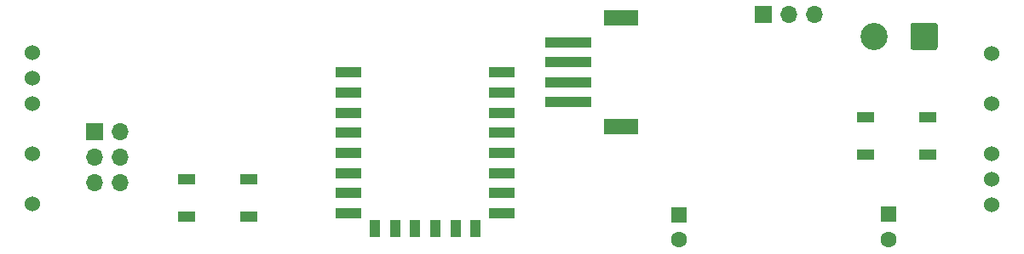
<source format=gbr>
%TF.GenerationSoftware,KiCad,Pcbnew,5.1.9+dfsg1-1*%
%TF.CreationDate,2021-11-29T12:28:50+01:00*%
%TF.ProjectId,Esp8266AquariumLight,45737038-3236-4364-9171-75617269756d,rev?*%
%TF.SameCoordinates,Original*%
%TF.FileFunction,Soldermask,Bot*%
%TF.FilePolarity,Negative*%
%FSLAX46Y46*%
G04 Gerber Fmt 4.6, Leading zero omitted, Abs format (unit mm)*
G04 Created by KiCad (PCBNEW 5.1.9+dfsg1-1) date 2021-11-29 12:28:50*
%MOMM*%
%LPD*%
G01*
G04 APERTURE LIST*
%ADD10C,2.700000*%
%ADD11C,1.600000*%
%ADD12R,1.600000X1.600000*%
%ADD13O,1.700000X1.700000*%
%ADD14R,1.700000X1.700000*%
%ADD15C,1.524000*%
%ADD16R,2.500000X1.000000*%
%ADD17R,1.000000X1.800000*%
%ADD18R,1.800000X1.100000*%
%ADD19R,4.599940X0.998220*%
%ADD20R,3.398520X1.597660*%
G04 APERTURE END LIST*
D10*
%TO.C,J1*%
X186130000Y-105320000D03*
G36*
G01*
X192480000Y-104220001D02*
X192480000Y-106419999D01*
G75*
G02*
X192229999Y-106670000I-250001J0D01*
G01*
X190030001Y-106670000D01*
G75*
G02*
X189780000Y-106419999I0J250001D01*
G01*
X189780000Y-104220001D01*
G75*
G02*
X190030001Y-103970000I250001J0D01*
G01*
X192229999Y-103970000D01*
G75*
G02*
X192480000Y-104220001I0J-250001D01*
G01*
G37*
%TD*%
D11*
%TO.C,C1*%
X187630000Y-125550000D03*
D12*
X187630000Y-123050000D03*
%TD*%
D13*
%TO.C,J3*%
X180210000Y-103124000D03*
X177670000Y-103124000D03*
D14*
X175130000Y-103124000D03*
%TD*%
D13*
%TO.C,J2*%
X111252000Y-119888000D03*
X108712000Y-119888000D03*
X111252000Y-117348000D03*
X108712000Y-117348000D03*
X111252000Y-114808000D03*
D14*
X108712000Y-114808000D03*
%TD*%
D15*
%TO.C,U5*%
X197875000Y-122080000D03*
X197875000Y-119540000D03*
X197875000Y-117000000D03*
X197875000Y-112000000D03*
X197875000Y-107000000D03*
%TD*%
%TO.C,U4*%
X102475000Y-106920000D03*
X102475000Y-109460000D03*
X102475000Y-112000000D03*
X102475000Y-117000000D03*
X102475000Y-122000000D03*
%TD*%
D16*
%TO.C,U2*%
X133950000Y-108925000D03*
X133950000Y-110925000D03*
X133950000Y-112925000D03*
X133950000Y-114925000D03*
X133950000Y-116925000D03*
X133950000Y-118925000D03*
X133950000Y-120925000D03*
X133950000Y-122925000D03*
D17*
X136550000Y-124425000D03*
X138550000Y-124425000D03*
X140550000Y-124425000D03*
X142550000Y-124425000D03*
X144550000Y-124425000D03*
X146550000Y-124425000D03*
D16*
X149150000Y-122925000D03*
X149150000Y-120925000D03*
X149150000Y-118925000D03*
X149150000Y-116925000D03*
X149150000Y-114925000D03*
X149150000Y-112925000D03*
X149150000Y-110925000D03*
X149150000Y-108925000D03*
%TD*%
D18*
%TO.C,SW3*%
X117804000Y-123262000D03*
X124004000Y-123262000D03*
X117804000Y-119562000D03*
X124004000Y-119562000D03*
%TD*%
%TO.C,SW2*%
X185320000Y-117080000D03*
X191520000Y-117080000D03*
X185320000Y-113380000D03*
X191520000Y-113380000D03*
%TD*%
D19*
%TO.C,J4*%
X155782520Y-105890000D03*
X155782520Y-111888980D03*
X155782520Y-109890000D03*
X155782520Y-107891020D03*
D20*
X160979360Y-114289280D03*
X160979360Y-103490720D03*
%TD*%
D11*
%TO.C,C5*%
X166775000Y-125600000D03*
D12*
X166775000Y-123100000D03*
%TD*%
M02*

</source>
